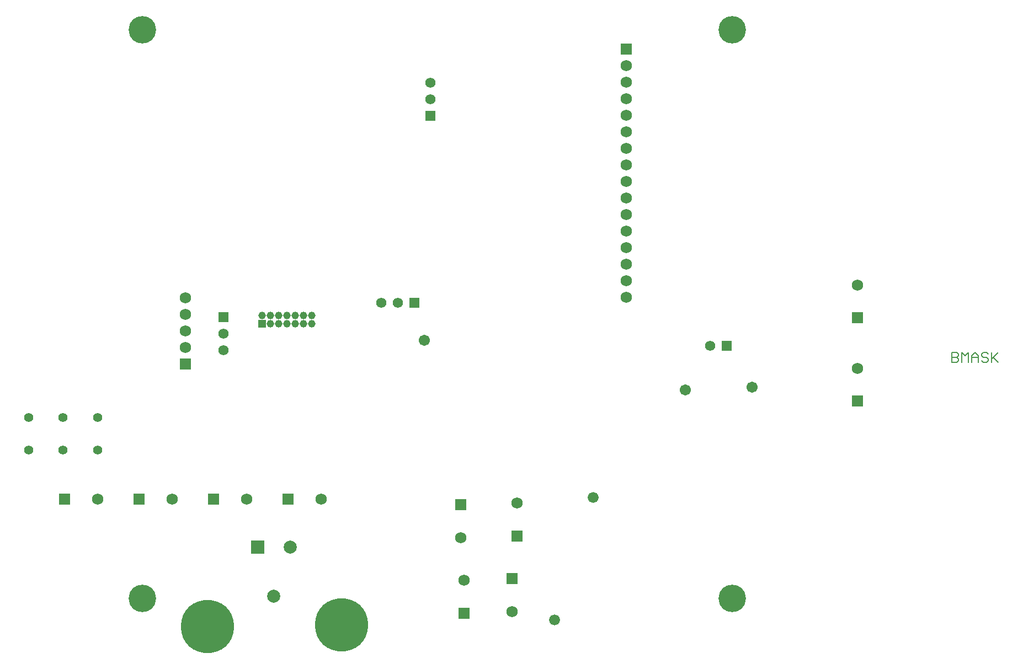
<source format=gbr>
%TF.GenerationSoftware,Altium Limited,Altium Designer,21.0.9 (235)*%
G04 Layer_Color=16711935*
%FSLAX26Y26*%
%MOIN*%
%TF.SameCoordinates,5BE5EA85-216B-4E4C-B8B6-EAA837D7D1E1*%
%TF.FilePolarity,Negative*%
%TF.FileFunction,Soldermask,Bot*%
%TF.Part,Single*%
G01*
G75*
%TA.AperFunction,NonConductor*%
%ADD105C,0.006000*%
%TA.AperFunction,ComponentPad*%
%ADD106R,0.061811X0.061811*%
%ADD107C,0.061811*%
%ADD108C,0.078740*%
%ADD109R,0.078740X0.078740*%
%ADD120R,0.061811X0.061811*%
%ADD142C,0.320961*%
%ADD143C,0.067024*%
%ADD144C,0.055213*%
%ADD145C,0.068992*%
%ADD146R,0.068992X0.068992*%
%TA.AperFunction,ViaPad*%
%ADD147C,0.166000*%
%TA.AperFunction,ComponentPad*%
%ADD148C,0.066000*%
%ADD149R,0.068992X0.068992*%
%ADD150R,0.045370X0.045370*%
%ADD151C,0.045370*%
D105*
X8451000Y4435981D02*
Y4376000D01*
X8480990D01*
X8490987Y4385997D01*
Y4395993D01*
X8480990Y4405990D01*
X8451000D01*
X8480990D01*
X8490987Y4415987D01*
Y4425984D01*
X8480990Y4435981D01*
X8451000D01*
X8510981Y4376000D02*
Y4435981D01*
X8530974Y4415987D01*
X8550968Y4435981D01*
Y4376000D01*
X8570961D02*
Y4415987D01*
X8590955Y4435981D01*
X8610948Y4415987D01*
Y4376000D01*
Y4405990D01*
X8570961D01*
X8670929Y4425984D02*
X8660932Y4435981D01*
X8640939D01*
X8630942Y4425984D01*
Y4415987D01*
X8640939Y4405990D01*
X8660932D01*
X8670929Y4395993D01*
Y4385997D01*
X8660932Y4376000D01*
X8640939D01*
X8630942Y4385997D01*
X8690922Y4435981D02*
Y4376000D01*
Y4395993D01*
X8730909Y4435981D01*
X8700919Y4405990D01*
X8730909Y4376000D01*
D106*
X7090000Y4475000D02*
D03*
X5205000Y4735000D02*
D03*
D107*
X6990000Y4475000D02*
D03*
X5105000Y4735000D02*
D03*
X5005000D02*
D03*
X5300000Y5965000D02*
D03*
Y6065000D02*
D03*
X4050000Y4550000D02*
D03*
Y4450000D02*
D03*
D108*
X4453425Y3258425D02*
D03*
X4355000Y2963150D02*
D03*
D109*
X4256575Y3258425D02*
D03*
D120*
X5300000Y5865000D02*
D03*
X4050000Y4650000D02*
D03*
D142*
X3955000Y2780000D02*
D03*
X4765000Y2790000D02*
D03*
D143*
X6840000Y4210000D02*
D03*
X7245000Y4225000D02*
D03*
X5265000Y4510000D02*
D03*
D144*
X3290000Y3845000D02*
D03*
Y4041850D02*
D03*
X3080000Y3846575D02*
D03*
Y4043425D02*
D03*
X2875000Y3846575D02*
D03*
Y4043425D02*
D03*
D145*
X3740000Y3550000D02*
D03*
X3290000D02*
D03*
X4190000D02*
D03*
X3821220Y4765000D02*
D03*
Y4665000D02*
D03*
Y4465000D02*
D03*
Y4565000D02*
D03*
X5795000Y2870000D02*
D03*
X5825000Y3525000D02*
D03*
X5505000Y3060000D02*
D03*
X5485000Y3315000D02*
D03*
X4640000Y3550000D02*
D03*
X6485000Y4770000D02*
D03*
Y4870000D02*
D03*
Y5170000D02*
D03*
Y5270000D02*
D03*
Y5370000D02*
D03*
Y5570000D02*
D03*
Y5670000D02*
D03*
Y5870000D02*
D03*
Y6070000D02*
D03*
Y6170000D02*
D03*
Y5970000D02*
D03*
Y5770000D02*
D03*
Y5470000D02*
D03*
Y5070000D02*
D03*
Y4970000D02*
D03*
X7880000Y4340000D02*
D03*
Y4843425D02*
D03*
D146*
X3540000Y3550000D02*
D03*
X3090000D02*
D03*
X3990000D02*
D03*
X3821220Y4365000D02*
D03*
X4440000Y3550000D02*
D03*
X6485000Y6270000D02*
D03*
X7880000Y4143150D02*
D03*
Y4646575D02*
D03*
D147*
X7123627Y2950592D02*
D03*
X3561127D02*
D03*
Y6388092D02*
D03*
X7123627D02*
D03*
D148*
X6050000Y2820000D02*
D03*
X6282283Y3560157D02*
D03*
D149*
X5795000Y3070000D02*
D03*
X5825000Y3325000D02*
D03*
X5505000Y2860000D02*
D03*
X5485000Y3515000D02*
D03*
D150*
X4285000Y4610000D02*
D03*
D151*
Y4660000D02*
D03*
X4335000Y4610000D02*
D03*
Y4660000D02*
D03*
X4385000Y4610000D02*
D03*
Y4660000D02*
D03*
X4435000Y4610000D02*
D03*
Y4660000D02*
D03*
X4485000Y4610000D02*
D03*
Y4660000D02*
D03*
X4535000Y4610000D02*
D03*
Y4660000D02*
D03*
X4585000Y4610000D02*
D03*
Y4660000D02*
D03*
%TF.MD5,d0bfabe3e4df6d56cea46635fe54de60*%
M02*

</source>
